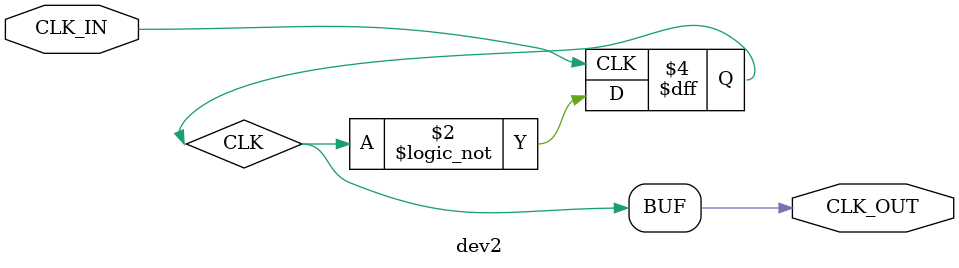
<source format=v>
module dev2(
input wire CLK_IN,
output CLK_OUT
);

reg CLK=0;
assign CLK_OUT=CLK;

always @(posedge CLK_IN)
begin
	CLK=!CLK;
end 
endmodule

</source>
